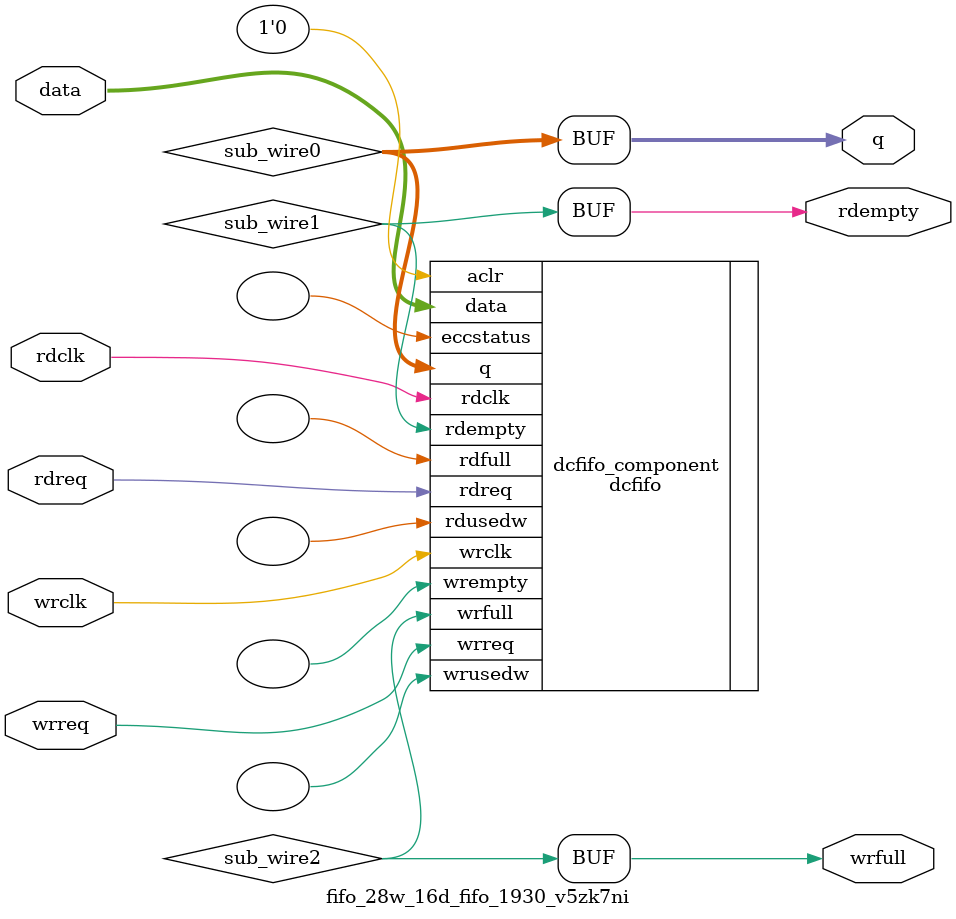
<source format=v>



`timescale 1 ps / 1 ps
// synopsys translate_on
module  fifo_28w_16d_fifo_1930_v5zk7ni  (
    data,
    rdclk,
    rdreq,
    wrclk,
    wrreq,
    q,
    rdempty,
    wrfull);

    input  [27:0]  data;
    input    rdclk;
    input    rdreq;
    input    wrclk;
    input    wrreq;
    output [27:0]  q;
    output   rdempty;
    output   wrfull;

    wire [27:0] sub_wire0;
    wire  sub_wire1;
    wire  sub_wire2;
    wire [27:0] q = sub_wire0[27:0];
    wire  rdempty = sub_wire1;
    wire  wrfull = sub_wire2;

    dcfifo  dcfifo_component (
                .data (data),
                .rdclk (rdclk),
                .rdreq (rdreq),
                .wrclk (wrclk),
                .wrreq (wrreq),
                .q (sub_wire0),
                .rdempty (sub_wire1),
                .wrfull (sub_wire2),
                .aclr (1'b0),
                .eccstatus (),
                .rdfull (),
                .rdusedw (),
                .wrempty (),
                .wrusedw ());
    defparam
        dcfifo_component.enable_ecc  = "FALSE",
        dcfifo_component.intended_device_family  = "Agilex 7",
        dcfifo_component.lpm_hint  = "DISABLE_DCFIFO_EMBEDDED_TIMING_CONSTRAINT=TRUE",
        dcfifo_component.lpm_numwords  = 16,
        dcfifo_component.lpm_showahead  = "OFF",
        dcfifo_component.lpm_type  = "dcfifo",
        dcfifo_component.lpm_width  = 28,
        dcfifo_component.lpm_widthu  = 4,
        dcfifo_component.overflow_checking  = "ON",
        dcfifo_component.rdsync_delaypipe  = 4,
        dcfifo_component.underflow_checking  = "ON",
        dcfifo_component.use_eab  = "ON",
        dcfifo_component.wrsync_delaypipe  = 4;


endmodule



</source>
